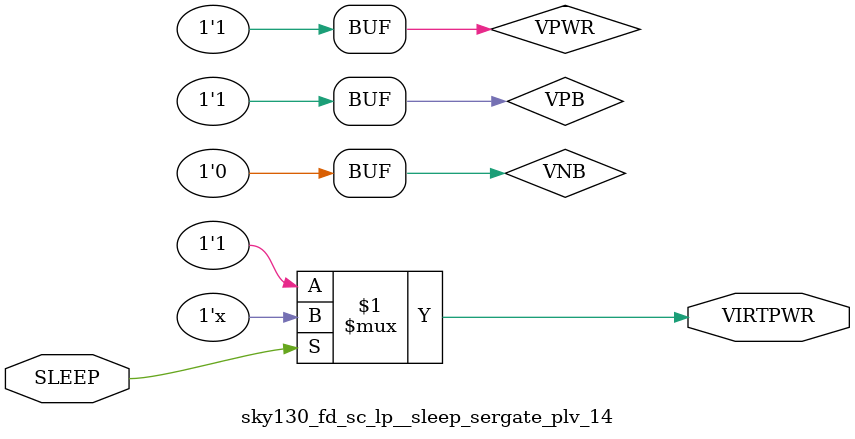
<source format=v>
/*
 * Copyright 2020 The SkyWater PDK Authors
 *
 * Licensed under the Apache License, Version 2.0 (the "License");
 * you may not use this file except in compliance with the License.
 * You may obtain a copy of the License at
 *
 *     https://www.apache.org/licenses/LICENSE-2.0
 *
 * Unless required by applicable law or agreed to in writing, software
 * distributed under the License is distributed on an "AS IS" BASIS,
 * WITHOUT WARRANTIES OR CONDITIONS OF ANY KIND, either express or implied.
 * See the License for the specific language governing permissions and
 * limitations under the License.
 *
 * SPDX-License-Identifier: Apache-2.0
*/


`ifndef SKY130_FD_SC_LP__SLEEP_SERGATE_PLV_14_TIMING_V
`define SKY130_FD_SC_LP__SLEEP_SERGATE_PLV_14_TIMING_V

/**
 * sleep_sergate_plv: connect vpr to virtpwr when not in sleep mode.
 *
 * Verilog simulation timing model.
 */

`timescale 1ns / 1ps
`default_nettype none

`celldefine
module sky130_fd_sc_lp__sleep_sergate_plv_14 (
    VIRTPWR,
    SLEEP
);

    // Module ports
    output VIRTPWR;
    input  SLEEP  ;

    // Module supplies
    supply1 VPWR;
    supply1 VPB ;
    supply0 VNB ;

    // Local signals
    wire vgnd;

    //       Name       Output   Other arguments
    pulldown pulldown0 (vgnd   );
    bufif0   bufif00   (VIRTPWR, VPWR, SLEEP    );

specify
(SLEEP => VIRTPWR) = (0:0:0,0:0:0,0:0:0,0:0:0,0:0:0,0:0:0);
endspecify
endmodule
`endcelldefine

`default_nettype wire
`endif  // SKY130_FD_SC_LP__SLEEP_SERGATE_PLV_14_TIMING_V

</source>
